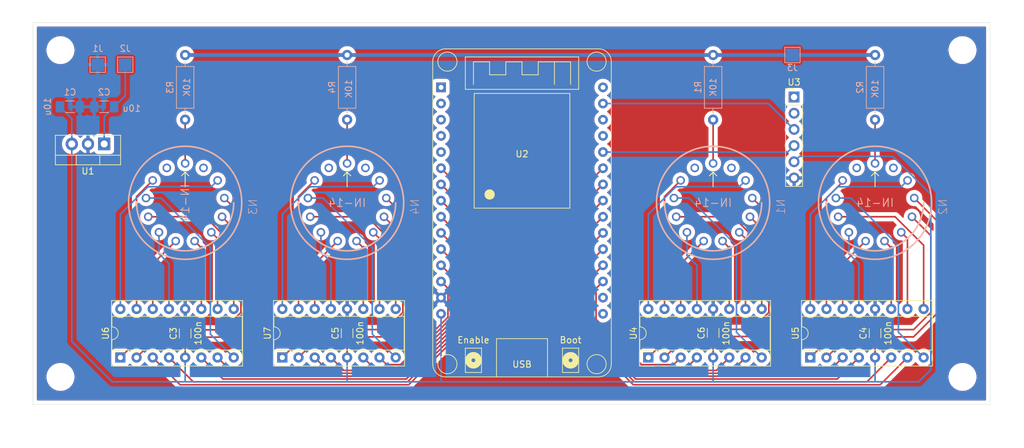
<source format=kicad_pcb>
(kicad_pcb (version 20171130) (host pcbnew "(5.1.9-0-10_14)")
  (title_block (title "Nixie Tube Clock") (rev v01) (comment 4 "Author: Francesco Benvenuto"))
  (layers (0 F.Cu signal) (31 B.Cu signal) (34 B.Paste user) (35 F.Paste user) (36 B.SilkS user) (37 F.SilkS user) (38 B.Mask user) (39 F.Mask user) (44 Edge.Cuts user))
  (net 0 "")
  (net 1 "Net-(N1-Pad1)")
  (net 2 "Net-(N1-Pad2)")
  (net 3 "Net-(N1-Pad3)")
  (net 4 "Net-(N1-Pad4)")
  (net 5 "Net-(N1-Pad5)")
  (net 6 "Net-(N1-Pad6)")
  (net 7 "Net-(N2-Pad0)")
  (net 8 "Net-(N2-Pad1)")
  (net 9 "Net-(N2-Pad2)")
  (net 10 "Net-(N2-Pad3)")
  (net 11 "Net-(N2-Pad4)")
  (net 12 "Net-(N2-Pad5)")
  (net 13 "Net-(N2-Pad6)")
  (net 14 "Net-(N2-Pad7)")
  (net 15 "Net-(N2-Pad8)")
  (net 16 "Net-(N2-Pad9)")
  (net 17 "Net-(N2-PadA)")
  (net 18 "Net-(N3-PadA)")
  (net 19 "Net-(N3-Pad9)")
  (net 20 "Net-(N3-Pad8)")
  (net 21 "Net-(N3-Pad7)")
  (net 22 "Net-(N3-Pad6)")
  (net 23 "Net-(N3-Pad5)")
  (net 24 "Net-(N3-Pad4)")
  (net 25 "Net-(N3-Pad3)")
  (net 26 "Net-(N3-Pad2)")
  (net 27 "Net-(N3-Pad1)")
  (net 28 "Net-(N3-Pad0)")
  (net 29 "Net-(N4-Pad0)")
  (net 30 "Net-(N4-Pad1)")
  (net 31 "Net-(N4-Pad2)")
  (net 32 "Net-(N4-Pad3)")
  (net 33 "Net-(N4-Pad4)")
  (net 34 "Net-(N4-Pad5)")
  (net 35 "Net-(N4-Pad6)")
  (net 36 "Net-(N4-Pad7)")
  (net 37 "Net-(N4-Pad8)")
  (net 38 "Net-(N4-Pad9)")
  (net 39 "Net-(N4-PadA)")
  (net 40 /+170)
  (net 41 "Net-(N1-PadA)")
  (net 42 +12V)
  (net 43 GND)
  (net 44 +5V)
  (net 45 /A3)
  (net 46 /B3)
  (net 47 /C3)
  (net 48 /D3)
  (net 49 /A4)
  (net 50 /B4)
  (net 51 /C4)
  (net 52 /D4)
  (net 53 /D2)
  (net 54 /C2)
  (net 55 /B2)
  (net 56 /A2)
  (net 57 /D1)
  (net 58 /C1)
  (net 59 /B1)
  (net 60 /A1)
  (net 61 "Net-(U2-Pad26)")
  (net 62 "Net-(U2-Pad29)")
  (net 63 "Net-(N1-Pad8)")
  (net 64 "Net-(N1-Pad9)")
  (net 65 "Net-(N1-Pad7)")
  (net 66 "Net-(N1-Pad0)")
  (module MountingHole:MountingHole_3.2mm_M3 (layer F.Cu) (at 54.356 54.356)
    (fp_text reference REF** hide)
    (fp_text value MountingHole_3.2mm_M3)
    (pad 1 np_thru_hole circle (at 0 0) (size 3.2 3.2) (drill 3.2) (layers *.Cu *.Mask))
  )
  (module MountingHole:MountingHole_3.2mm_M3 (layer F.Cu) (at 195.834 54.356)
    (fp_text reference REF** hide)
    (fp_text value MountingHole_3.2mm_M3)
    (pad 1 np_thru_hole circle (at 0 0) (size 3.2 3.2) (drill 3.2) (layers *.Cu *.Mask))
  )
  (module MountingHole:MountingHole_3.2mm_M3 (layer F.Cu) (at 195.834 105.664)
    (fp_text reference REF** hide)
    (fp_text value MountingHole_3.2mm_M3)
    (pad 1 np_thru_hole circle (at 0 0) (size 3.2 3.2) (drill 3.2) (layers *.Cu *.Mask))
  )
  (module MountingHole:MountingHole_3.2mm_M3 (layer F.Cu) (at 54.356 105.664)
    (fp_text reference REF** hide)
    (fp_text value MountingHole_3.2mm_M3)
    (pad 1 np_thru_hole circle (at 0 0) (size 3.2 3.2) (drill 3.2) (layers *.Cu *.Mask))
  )
  (module Package_DIP:DIP-16_W7.62mm_Socket (layer F.Cu) (at 146.558 102.616 90)
    (fp_text reference U4 (at 3.81 -2.33 90) (layer F.SilkS))
    (fp_text value K155ID1)
    (pad 16 thru_hole oval (at 7.62 0 90) (size 1.6 1.6) (drill 0.8) (layers *.Cu *.Mask) (net 66 "Net-(N1-Pad0)"))
    (pad 8 thru_hole oval (at 0 17.78 90) (size 1.6 1.6) (drill 0.8) (layers *.Cu *.Mask) (net 2 "Net-(N1-Pad2)"))
    (pad 15 thru_hole oval (at 7.62 2.54 90) (size 1.6 1.6) (drill 0.8) (layers *.Cu *.Mask) (net 1 "Net-(N1-Pad1)"))
    (pad 7 thru_hole oval (at 0 15.24 90) (size 1.6 1.6) (drill 0.8) (layers *.Cu *.Mask) (net 58 /C1))
    (pad 14 thru_hole oval (at 7.62 5.08 90) (size 1.6 1.6) (drill 0.8) (layers *.Cu *.Mask) (net 5 "Net-(N1-Pad5)"))
    (pad 6 thru_hole oval (at 0 12.7 90) (size 1.6 1.6) (drill 0.8) (layers *.Cu *.Mask) (net 59 /B1))
    (pad 13 thru_hole oval (at 7.62 7.62 90) (size 1.6 1.6) (drill 0.8) (layers *.Cu *.Mask) (net 4 "Net-(N1-Pad4)"))
    (pad 5 thru_hole oval (at 0 10.16 90) (size 1.6 1.6) (drill 0.8) (layers *.Cu *.Mask) (net 44 +5V))
    (pad 12 thru_hole oval (at 7.62 10.16 90) (size 1.6 1.6) (drill 0.8) (layers *.Cu *.Mask) (net 43 GND))
    (pad 4 thru_hole oval (at 0 7.62 90) (size 1.6 1.6) (drill 0.8) (layers *.Cu *.Mask) (net 57 /D1))
    (pad 11 thru_hole oval (at 7.62 12.7 90) (size 1.6 1.6) (drill 0.8) (layers *.Cu *.Mask) (net 6 "Net-(N1-Pad6)"))
    (pad 3 thru_hole oval (at 0 5.08 90) (size 1.6 1.6) (drill 0.8) (layers *.Cu *.Mask) (net 60 /A1))
    (pad 10 thru_hole oval (at 7.62 15.24 90) (size 1.6 1.6) (drill 0.8) (layers *.Cu *.Mask) (net 65 "Net-(N1-Pad7)"))
    (pad 2 thru_hole oval (at 0 2.54 90) (size 1.6 1.6) (drill 0.8) (layers *.Cu *.Mask) (net 64 "Net-(N1-Pad9)"))
    (pad 9 thru_hole oval (at 7.62 17.78 90) (size 1.6 1.6) (drill 0.8) (layers *.Cu *.Mask) (net 3 "Net-(N1-Pad3)"))
    (pad 1 thru_hole rect (at 0 0 90) (size 1.6 1.6) (drill 0.8) (layers *.Cu *.Mask) (net 63 "Net-(N1-Pad8)"))
  )
  (module Resistor_THT:R_Axial_DIN0207_L6.3mm_D2.5mm_P10.16mm_Horizontal (layer B.Cu) (at 182.118 55.118 270)
    (fp_text reference R2 (at 5.08 2.37 270) (layer B.SilkS) (effects (justify mirror)))
    (fp_text value 10K)
    (pad 2 thru_hole oval (at 10.16 0 270) (size 1.6 1.6) (drill 0.8) (layers *.Cu *.Mask) (net 17 "Net-(N2-PadA)"))
    (pad 1 thru_hole circle (at 0 0 270) (size 1.6 1.6) (drill 0.8) (layers *.Cu *.Mask) (net 40 /+170))
  )
  (module nixies-us:nixies-us-IN-14 (layer B.Cu) (at 182.118 78.32344)
    (fp_text reference N2 (at 10.63498 0.635 270) (layer B.SilkS) (effects (font (size 1.27 1.27) (thickness 0.1016)) (justify mirror)))
    (fp_text value IN-14 (at 0 0) (layer B.SilkS) (effects (font (size 1.27 1.27)) (justify mirror)))
    (pad RHDP thru_hole circle (at -2.87528 -5.47878) (size 1.3462 1.3462) (drill 0.8382) (layers *.Cu *.Mask))
    (pad LHDP thru_hole circle (at 2.87528 -5.47878) (size 1.3462 1.3462) (drill 0.8382) (layers *.Cu *.Mask))
    (pad A thru_hole circle (at 0 -6.18744) (size 1.3462 1.3462) (drill 0.8382) (layers *.Cu *.Mask) (net 17 "Net-(N2-PadA)"))
    (pad 9 thru_hole circle (at 6.14426 -0.74422) (size 1.3462 1.3462) (drill 0.8382) (layers *.Cu *.Mask) (net 16 "Net-(N2-Pad9)"))
    (pad 8 thru_hole circle (at 5.78612 2.19456) (size 1.3462 1.3462) (drill 0.8382) (layers *.Cu *.Mask) (net 15 "Net-(N2-Pad8)"))
    (pad 7 thru_hole circle (at 4.10464 4.63296) (size 1.3462 1.3462) (drill 0.8382) (layers *.Cu *.Mask) (net 14 "Net-(N2-Pad7)"))
    (pad 6 thru_hole circle (at 1.48082 6.00964) (size 1.3462 1.3462) (drill 0.8382) (layers *.Cu *.Mask) (net 13 "Net-(N2-Pad6)"))
    (pad 5 thru_hole circle (at -1.48082 6.00964) (size 1.3462 1.3462) (drill 0.8382) (layers *.Cu *.Mask) (net 12 "Net-(N2-Pad5)"))
    (pad 4 thru_hole circle (at -4.10464 4.63296) (size 1.3462 1.3462) (drill 0.8382) (layers *.Cu *.Mask) (net 11 "Net-(N2-Pad4)"))
    (pad 3 thru_hole circle (at -5.78612 2.19456) (size 1.3462 1.3462) (drill 0.8382) (layers *.Cu *.Mask) (net 10 "Net-(N2-Pad3)"))
    (pad 2 thru_hole circle (at -6.14426 -0.74422) (size 1.3462 1.3462) (drill 0.8382) (layers *.Cu *.Mask) (net 9 "Net-(N2-Pad2)"))
    (pad 1 thru_hole circle (at -5.0927 -3.51536) (size 1.3462 1.3462) (drill 0.8382) (layers *.Cu *.Mask) (net 8 "Net-(N2-Pad1)"))
    (pad 0 thru_hole circle (at 5.0927 -3.51536) (size 1.3462 1.3462) (drill 0.8382) (layers *.Cu *.Mask) (net 7 "Net-(N2-Pad0)"))
  )
  (module nixies-us:nixies-us-IN-14 (layer B.Cu) (at 73.914 78.32344)
    (fp_text reference N3 (at 10.63498 0.635 270) (layer B.SilkS) (effects (font (size 1.27 1.27) (thickness 0.1016)) (justify mirror)))
    (fp_text value IN-14 (at 0 0 90) (layer B.SilkS) (effects (font (size 1.27 1.27)) (justify mirror)))
    (pad 0 thru_hole circle (at 5.0927 -3.51536) (size 1.3462 1.3462) (drill 0.8382) (layers *.Cu *.Mask) (net 28 "Net-(N3-Pad0)"))
    (pad 1 thru_hole circle (at -5.0927 -3.51536) (size 1.3462 1.3462) (drill 0.8382) (layers *.Cu *.Mask) (net 27 "Net-(N3-Pad1)"))
    (pad 2 thru_hole circle (at -6.14426 -0.74422) (size 1.3462 1.3462) (drill 0.8382) (layers *.Cu *.Mask) (net 26 "Net-(N3-Pad2)"))
    (pad 3 thru_hole circle (at -5.78612 2.19456) (size 1.3462 1.3462) (drill 0.8382) (layers *.Cu *.Mask) (net 25 "Net-(N3-Pad3)"))
    (pad 4 thru_hole circle (at -4.10464 4.63296) (size 1.3462 1.3462) (drill 0.8382) (layers *.Cu *.Mask) (net 24 "Net-(N3-Pad4)"))
    (pad 5 thru_hole circle (at -1.48082 6.00964) (size 1.3462 1.3462) (drill 0.8382) (layers *.Cu *.Mask) (net 23 "Net-(N3-Pad5)"))
    (pad 6 thru_hole circle (at 1.48082 6.00964) (size 1.3462 1.3462) (drill 0.8382) (layers *.Cu *.Mask) (net 22 "Net-(N3-Pad6)"))
    (pad 7 thru_hole circle (at 4.10464 4.63296) (size 1.3462 1.3462) (drill 0.8382) (layers *.Cu *.Mask) (net 21 "Net-(N3-Pad7)"))
    (pad 8 thru_hole circle (at 5.78612 2.19456) (size 1.3462 1.3462) (drill 0.8382) (layers *.Cu *.Mask) (net 20 "Net-(N3-Pad8)"))
    (pad 9 thru_hole circle (at 6.14426 -0.74422) (size 1.3462 1.3462) (drill 0.8382) (layers *.Cu *.Mask) (net 19 "Net-(N3-Pad9)"))
    (pad A thru_hole circle (at 0 -6.18744) (size 1.3462 1.3462) (drill 0.8382) (layers *.Cu *.Mask) (net 18 "Net-(N3-PadA)"))
    (pad LHDP thru_hole circle (at 2.87528 -5.47878) (size 1.3462 1.3462) (drill 0.8382) (layers *.Cu *.Mask))
    (pad RHDP thru_hole circle (at -2.87528 -5.47878) (size 1.3462 1.3462) (drill 0.8382) (layers *.Cu *.Mask))
  )
  (module nixies-us:nixies-us-IN-14 (layer B.Cu) (at 99.314 78.32344)
    (fp_text reference N4 (at 10.63498 0.635 270) (layer B.SilkS) (effects (font (size 1.27 1.27) (thickness 0.1016)) (justify mirror)))
    (fp_text value IN-14 (at 0 0) (layer B.SilkS) (effects (font (size 1.27 1.27)) (justify mirror)))
    (pad RHDP thru_hole circle (at -2.87528 -5.47878) (size 1.3462 1.3462) (drill 0.8382) (layers *.Cu *.Mask))
    (pad LHDP thru_hole circle (at 2.87528 -5.47878) (size 1.3462 1.3462) (drill 0.8382) (layers *.Cu *.Mask))
    (pad A thru_hole circle (at 0 -6.18744) (size 1.3462 1.3462) (drill 0.8382) (layers *.Cu *.Mask) (net 39 "Net-(N4-PadA)"))
    (pad 9 thru_hole circle (at 6.14426 -0.74422) (size 1.3462 1.3462) (drill 0.8382) (layers *.Cu *.Mask) (net 38 "Net-(N4-Pad9)"))
    (pad 8 thru_hole circle (at 5.78612 2.19456) (size 1.3462 1.3462) (drill 0.8382) (layers *.Cu *.Mask) (net 37 "Net-(N4-Pad8)"))
    (pad 7 thru_hole circle (at 4.10464 4.63296) (size 1.3462 1.3462) (drill 0.8382) (layers *.Cu *.Mask) (net 36 "Net-(N4-Pad7)"))
    (pad 6 thru_hole circle (at 1.48082 6.00964) (size 1.3462 1.3462) (drill 0.8382) (layers *.Cu *.Mask) (net 35 "Net-(N4-Pad6)"))
    (pad 5 thru_hole circle (at -1.48082 6.00964) (size 1.3462 1.3462) (drill 0.8382) (layers *.Cu *.Mask) (net 34 "Net-(N4-Pad5)"))
    (pad 4 thru_hole circle (at -4.10464 4.63296) (size 1.3462 1.3462) (drill 0.8382) (layers *.Cu *.Mask) (net 33 "Net-(N4-Pad4)"))
    (pad 3 thru_hole circle (at -5.78612 2.19456) (size 1.3462 1.3462) (drill 0.8382) (layers *.Cu *.Mask) (net 32 "Net-(N4-Pad3)"))
    (pad 2 thru_hole circle (at -6.14426 -0.74422) (size 1.3462 1.3462) (drill 0.8382) (layers *.Cu *.Mask) (net 31 "Net-(N4-Pad2)"))
    (pad 1 thru_hole circle (at -5.0927 -3.51536) (size 1.3462 1.3462) (drill 0.8382) (layers *.Cu *.Mask) (net 30 "Net-(N4-Pad1)"))
    (pad 0 thru_hole circle (at 5.0927 -3.51536) (size 1.3462 1.3462) (drill 0.8382) (layers *.Cu *.Mask) (net 29 "Net-(N4-Pad0)"))
  )
  (module Resistor_THT:R_Axial_DIN0207_L6.3mm_D2.5mm_P10.16mm_Horizontal (layer B.Cu) (at 156.718 55.118 270)
    (fp_text reference R1 (at 5.08 2.37 270) (layer B.SilkS) (effects (justify mirror)))
    (fp_text value 10K)
    (pad 2 thru_hole oval (at 10.16 0 270) (size 1.6 1.6) (drill 0.8) (layers *.Cu *.Mask) (net 41 "Net-(N1-PadA)"))
    (pad 1 thru_hole circle (at 0 0 270) (size 1.6 1.6) (drill 0.8) (layers *.Cu *.Mask) (net 40 /+170))
  )
  (module Resistor_THT:R_Axial_DIN0207_L6.3mm_D2.5mm_P10.16mm_Horizontal (layer B.Cu) (at 73.914 55.118 270)
    (fp_text reference R3 (at 5.08 2.37 270) (layer B.SilkS) (effects (justify mirror)))
    (fp_text value 10K)
    (pad 1 thru_hole circle (at 0 0 270) (size 1.6 1.6) (drill 0.8) (layers *.Cu *.Mask) (net 40 /+170))
    (pad 2 thru_hole oval (at 10.16 0 270) (size 1.6 1.6) (drill 0.8) (layers *.Cu *.Mask) (net 18 "Net-(N3-PadA)"))
  )
  (module Resistor_THT:R_Axial_DIN0207_L6.3mm_D2.5mm_P10.16mm_Horizontal (layer B.Cu) (at 99.314 55.118 270)
    (fp_text reference R4 (at 5.08 2.37 270) (layer B.SilkS) (effects (justify mirror)))
    (fp_text value 10K)
    (pad 1 thru_hole circle (at 0 0 270) (size 1.6 1.6) (drill 0.8) (layers *.Cu *.Mask) (net 40 /+170))
    (pad 2 thru_hole oval (at 10.16 0 270) (size 1.6 1.6) (drill 0.8) (layers *.Cu *.Mask) (net 39 "Net-(N4-PadA)"))
  )
  (module Package_TO_SOT_THT:TO-220-3_Vertical (layer F.Cu) (at 61.214 69.088 180)
    (fp_text reference U1 (at 2.54 -4.27) (layer F.SilkS))
    (fp_text value LM7805_TO220)
    (pad 3 thru_hole oval (at 5.08 0 180) (size 1.905 2) (drill 1.1) (layers *.Cu *.Mask) (net 44 +5V))
    (pad 2 thru_hole oval (at 2.54 0 180) (size 1.905 2) (drill 1.1) (layers *.Cu *.Mask) (net 43 GND))
    (pad 1 thru_hole rect (at 0 0 180) (size 1.905 2) (drill 1.1) (layers *.Cu *.Mask) (net 42 +12V))
  )
  (module esp32-dev_kit-v1:footprints_esp32_devkit_v1_doit.pretty_esp32_devkit_v1_doit (layer F.Cu) (at 126.746 60.198)
    (fp_text reference U2 (at 0 10.47) (layer F.SilkS))
    (fp_text value ESP32_DevKit_V1_DOIT)
    (fp_text user Enable (at -7.62 39.68) (layer F.SilkS))
    (fp_text user Boot (at 7.62 39.68) (layer F.SilkS))
    (fp_text user USB (at 0 43.49) (layer F.SilkS))
    (pad 30 thru_hole circle (at 12.7 0) (size 1.524 1.524) (drill 0.762) (layers *.Cu *.Mask))
    (pad 29 thru_hole circle (at 12.7 2.54) (size 1.524 1.524) (drill 0.762) (layers *.Cu *.Mask) (net 62 "Net-(U2-Pad29)"))
    (pad 28 thru_hole circle (at 12.7 5.08) (size 1.524 1.524) (drill 0.762) (layers *.Cu *.Mask))
    (pad 27 thru_hole circle (at 12.7 7.62) (size 1.524 1.524) (drill 0.762) (layers *.Cu *.Mask))
    (pad 26 thru_hole circle (at 12.7 10.16) (size 1.524 1.524) (drill 0.762) (layers *.Cu *.Mask) (net 61 "Net-(U2-Pad26)"))
    (pad 25 thru_hole circle (at 12.7 12.7) (size 1.524 1.524) (drill 0.762) (layers *.Cu *.Mask) (net 54 /C2))
    (pad 24 thru_hole circle (at 12.7 15.24) (size 1.524 1.524) (drill 0.762) (layers *.Cu *.Mask) (net 55 /B2))
    (pad 23 thru_hole circle (at 12.7 17.78) (size 1.524 1.524) (drill 0.762) (layers *.Cu *.Mask) (net 53 /D2))
    (pad 22 thru_hole circle (at 12.7 20.32) (size 1.524 1.524) (drill 0.762) (layers *.Cu *.Mask) (net 56 /A2))
    (pad 21 thru_hole circle (at 12.7 22.86) (size 1.524 1.524) (drill 0.762) (layers *.Cu *.Mask) (net 58 /C1))
    (pad 20 thru_hole circle (at 12.7 25.4) (size 1.524 1.524) (drill 0.762) (layers *.Cu *.Mask) (net 59 /B1))
    (pad 19 thru_hole circle (at 12.7 27.94) (size 1.524 1.524) (drill 0.762) (layers *.Cu *.Mask) (net 57 /D1))
    (pad 18 thru_hole circle (at 12.7 30.48) (size 1.524 1.524) (drill 0.762) (layers *.Cu *.Mask) (net 60 /A1))
    (pad 17 thru_hole circle (at 12.7 33.02) (size 1.524 1.524) (drill 0.762) (layers *.Cu *.Mask))
    (pad 16 thru_hole circle (at 12.7 35.56) (size 1.524 1.524) (drill 0.762) (layers *.Cu *.Mask))
    (pad 15 thru_hole circle (at -12.7 35.56) (size 1.524 1.524) (drill 0.762) (layers *.Cu *.Mask) (net 44 +5V))
    (pad 14 thru_hole circle (at -12.7 33.02) (size 1.524 1.524) (drill 0.762) (layers *.Cu *.Mask) (net 43 GND))
    (pad 13 thru_hole circle (at -12.7 30.48) (size 1.524 1.524) (drill 0.762) (layers *.Cu *.Mask) (net 51 /C4))
    (pad 12 thru_hole circle (at -12.7 27.94) (size 1.524 1.524) (drill 0.762) (layers *.Cu *.Mask) (net 50 /B4))
    (pad 11 thru_hole circle (at -12.7 25.4) (size 1.524 1.524) (drill 0.762) (layers *.Cu *.Mask) (net 52 /D4))
    (pad 10 thru_hole circle (at -12.7 22.86) (size 1.524 1.524) (drill 0.762) (layers *.Cu *.Mask) (net 49 /A4))
    (pad 9 thru_hole circle (at -12.7 20.32) (size 1.524 1.524) (drill 0.762) (layers *.Cu *.Mask) (net 47 /C3))
    (pad 8 thru_hole circle (at -12.7 17.78) (size 1.524 1.524) (drill 0.762) (layers *.Cu *.Mask) (net 46 /B3))
    (pad 7 thru_hole circle (at -12.7 15.24) (size 1.524 1.524) (drill 0.762) (layers *.Cu *.Mask) (net 48 /D3))
    (pad 6 thru_hole circle (at -12.7 12.7) (size 1.524 1.524) (drill 0.762) (layers *.Cu *.Mask) (net 45 /A3))
    (pad 5 thru_hole circle (at -12.7 10.16) (size 1.524 1.524) (drill 0.762) (layers *.Cu *.Mask))
    (pad 4 thru_hole circle (at -12.7 7.62) (size 1.524 1.524) (drill 0.762) (layers *.Cu *.Mask))
    (pad 3 thru_hole circle (at -12.7 5.08) (size 1.524 1.524) (drill 0.762) (layers *.Cu *.Mask))
    (pad 2 thru_hole circle (at -12.7 2.54) (size 1.524 1.524) (drill 0.762) (layers *.Cu *.Mask))
    (pad 1 thru_hole rect (at -12.7 0) (size 1.524 1.524) (drill 0.762) (layers *.Cu *.Mask))
  )
  (module Package_DIP:DIP-16_W7.62mm_Socket (layer F.Cu) (at 171.958 102.616 90)
    (fp_text reference U5 (at 3.81 -2.33 90) (layer F.SilkS))
    (fp_text value K155ID1)
    (pad 1 thru_hole rect (at 0 0 90) (size 1.6 1.6) (drill 0.8) (layers *.Cu *.Mask) (net 15 "Net-(N2-Pad8)"))
    (pad 9 thru_hole oval (at 7.62 17.78 90) (size 1.6 1.6) (drill 0.8) (layers *.Cu *.Mask) (net 10 "Net-(N2-Pad3)"))
    (pad 2 thru_hole oval (at 0 2.54 90) (size 1.6 1.6) (drill 0.8) (layers *.Cu *.Mask) (net 16 "Net-(N2-Pad9)"))
    (pad 10 thru_hole oval (at 7.62 15.24 90) (size 1.6 1.6) (drill 0.8) (layers *.Cu *.Mask) (net 14 "Net-(N2-Pad7)"))
    (pad 3 thru_hole oval (at 0 5.08 90) (size 1.6 1.6) (drill 0.8) (layers *.Cu *.Mask) (net 56 /A2))
    (pad 11 thru_hole oval (at 7.62 12.7 90) (size 1.6 1.6) (drill 0.8) (layers *.Cu *.Mask) (net 13 "Net-(N2-Pad6)"))
    (pad 4 thru_hole oval (at 0 7.62 90) (size 1.6 1.6) (drill 0.8) (layers *.Cu *.Mask) (net 53 /D2))
    (pad 12 thru_hole oval (at 7.62 10.16 90) (size 1.6 1.6) (drill 0.8) (layers *.Cu *.Mask) (net 43 GND))
    (pad 5 thru_hole oval (at 0 10.16 90) (size 1.6 1.6) (drill 0.8) (layers *.Cu *.Mask) (net 44 +5V))
    (pad 13 thru_hole oval (at 7.62 7.62 90) (size 1.6 1.6) (drill 0.8) (layers *.Cu *.Mask) (net 11 "Net-(N2-Pad4)"))
    (pad 6 thru_hole oval (at 0 12.7 90) (size 1.6 1.6) (drill 0.8) (layers *.Cu *.Mask) (net 55 /B2))
    (pad 14 thru_hole oval (at 7.62 5.08 90) (size 1.6 1.6) (drill 0.8) (layers *.Cu *.Mask) (net 12 "Net-(N2-Pad5)"))
    (pad 7 thru_hole oval (at 0 15.24 90) (size 1.6 1.6) (drill 0.8) (layers *.Cu *.Mask) (net 54 /C2))
    (pad 15 thru_hole oval (at 7.62 2.54 90) (size 1.6 1.6) (drill 0.8) (layers *.Cu *.Mask) (net 8 "Net-(N2-Pad1)"))
    (pad 8 thru_hole oval (at 0 17.78 90) (size 1.6 1.6) (drill 0.8) (layers *.Cu *.Mask) (net 9 "Net-(N2-Pad2)"))
    (pad 16 thru_hole oval (at 7.62 0 90) (size 1.6 1.6) (drill 0.8) (layers *.Cu *.Mask) (net 7 "Net-(N2-Pad0)"))
  )
  (module Package_DIP:DIP-16_W7.62mm_Socket (layer F.Cu) (at 63.754 102.616 90)
    (fp_text reference U6 (at 3.81 -2.33 90) (layer F.SilkS))
    (fp_text value K155ID1)
    (pad 16 thru_hole oval (at 7.62 0 90) (size 1.6 1.6) (drill 0.8) (layers *.Cu *.Mask) (net 28 "Net-(N3-Pad0)"))
    (pad 8 thru_hole oval (at 0 17.78 90) (size 1.6 1.6) (drill 0.8) (layers *.Cu *.Mask) (net 26 "Net-(N3-Pad2)"))
    (pad 15 thru_hole oval (at 7.62 2.54 90) (size 1.6 1.6) (drill 0.8) (layers *.Cu *.Mask) (net 27 "Net-(N3-Pad1)"))
    (pad 7 thru_hole oval (at 0 15.24 90) (size 1.6 1.6) (drill 0.8) (layers *.Cu *.Mask) (net 47 /C3))
    (pad 14 thru_hole oval (at 7.62 5.08 90) (size 1.6 1.6) (drill 0.8) (layers *.Cu *.Mask) (net 23 "Net-(N3-Pad5)"))
    (pad 6 thru_hole oval (at 0 12.7 90) (size 1.6 1.6) (drill 0.8) (layers *.Cu *.Mask) (net 46 /B3))
    (pad 13 thru_hole oval (at 7.62 7.62 90) (size 1.6 1.6) (drill 0.8) (layers *.Cu *.Mask) (net 24 "Net-(N3-Pad4)"))
    (pad 5 thru_hole oval (at 0 10.16 90) (size 1.6 1.6) (drill 0.8) (layers *.Cu *.Mask) (net 44 +5V))
    (pad 12 thru_hole oval (at 7.62 10.16 90) (size 1.6 1.6) (drill 0.8) (layers *.Cu *.Mask) (net 43 GND))
    (pad 4 thru_hole oval (at 0 7.62 90) (size 1.6 1.6) (drill 0.8) (layers *.Cu *.Mask) (net 48 /D3))
    (pad 11 thru_hole oval (at 7.62 12.7 90) (size 1.6 1.6) (drill 0.8) (layers *.Cu *.Mask) (net 22 "Net-(N3-Pad6)"))
    (pad 3 thru_hole oval (at 0 5.08 90) (size 1.6 1.6) (drill 0.8) (layers *.Cu *.Mask) (net 45 /A3))
    (pad 10 thru_hole oval (at 7.62 15.24 90) (size 1.6 1.6) (drill 0.8) (layers *.Cu *.Mask) (net 21 "Net-(N3-Pad7)"))
    (pad 2 thru_hole oval (at 0 2.54 90) (size 1.6 1.6) (drill 0.8) (layers *.Cu *.Mask) (net 19 "Net-(N3-Pad9)"))
    (pad 9 thru_hole oval (at 7.62 17.78 90) (size 1.6 1.6) (drill 0.8) (layers *.Cu *.Mask) (net 25 "Net-(N3-Pad3)"))
    (pad 1 thru_hole rect (at 0 0 90) (size 1.6 1.6) (drill 0.8) (layers *.Cu *.Mask) (net 20 "Net-(N3-Pad8)"))
  )
  (module Package_DIP:DIP-16_W7.62mm_Socket (layer F.Cu) (at 89.154 102.616 90)
    (fp_text reference U7 (at 3.81 -2.33 90) (layer F.SilkS))
    (fp_text value K155ID1)
    (pad 1 thru_hole rect (at 0 0 90) (size 1.6 1.6) (drill 0.8) (layers *.Cu *.Mask) (net 37 "Net-(N4-Pad8)"))
    (pad 9 thru_hole oval (at 7.62 17.78 90) (size 1.6 1.6) (drill 0.8) (layers *.Cu *.Mask) (net 32 "Net-(N4-Pad3)"))
    (pad 2 thru_hole oval (at 0 2.54 90) (size 1.6 1.6) (drill 0.8) (layers *.Cu *.Mask) (net 38 "Net-(N4-Pad9)"))
    (pad 10 thru_hole oval (at 7.62 15.24 90) (size 1.6 1.6) (drill 0.8) (layers *.Cu *.Mask) (net 36 "Net-(N4-Pad7)"))
    (pad 3 thru_hole oval (at 0 5.08 90) (size 1.6 1.6) (drill 0.8) (layers *.Cu *.Mask) (net 49 /A4))
    (pad 11 thru_hole oval (at 7.62 12.7 90) (size 1.6 1.6) (drill 0.8) (layers *.Cu *.Mask) (net 35 "Net-(N4-Pad6)"))
    (pad 4 thru_hole oval (at 0 7.62 90) (size 1.6 1.6) (drill 0.8) (layers *.Cu *.Mask) (net 52 /D4))
    (pad 12 thru_hole oval (at 7.62 10.16 90) (size 1.6 1.6) (drill 0.8) (layers *.Cu *.Mask) (net 43 GND))
    (pad 5 thru_hole oval (at 0 10.16 90) (size 1.6 1.6) (drill 0.8) (layers *.Cu *.Mask) (net 44 +5V))
    (pad 13 thru_hole oval (at 7.62 7.62 90) (size 1.6 1.6) (drill 0.8) (layers *.Cu *.Mask) (net 33 "Net-(N4-Pad4)"))
    (pad 6 thru_hole oval (at 0 12.7 90) (size 1.6 1.6) (drill 0.8) (layers *.Cu *.Mask) (net 50 /B4))
    (pad 14 thru_hole oval (at 7.62 5.08 90) (size 1.6 1.6) (drill 0.8) (layers *.Cu *.Mask) (net 34 "Net-(N4-Pad5)"))
    (pad 7 thru_hole oval (at 0 15.24 90) (size 1.6 1.6) (drill 0.8) (layers *.Cu *.Mask) (net 51 /C4))
    (pad 15 thru_hole oval (at 7.62 2.54 90) (size 1.6 1.6) (drill 0.8) (layers *.Cu *.Mask) (net 30 "Net-(N4-Pad1)"))
    (pad 8 thru_hole oval (at 0 17.78 90) (size 1.6 1.6) (drill 0.8) (layers *.Cu *.Mask) (net 31 "Net-(N4-Pad2)"))
    (pad 16 thru_hole oval (at 7.62 0 90) (size 1.6 1.6) (drill 0.8) (layers *.Cu *.Mask) (net 29 "Net-(N4-Pad0)"))
  )
  (module nixies-us:nixies-us-IN-14 (layer B.Cu) (at 156.718 78.32344)
    (fp_text reference N1 (at 10.63498 0.635 270) (layer B.SilkS) (effects (font (size 1.27 1.27) (thickness 0.1016)) (justify mirror)))
    (fp_text value IN-14 (at 0 0) (layer B.SilkS) (effects (font (size 1.27 1.27)) (justify mirror)))
    (pad RHDP thru_hole circle (at -2.87528 -5.47878) (size 1.3462 1.3462) (drill 0.8382) (layers *.Cu *.Mask))
    (pad LHDP thru_hole circle (at 2.87528 -5.47878) (size 1.3462 1.3462) (drill 0.8382) (layers *.Cu *.Mask))
    (pad A thru_hole circle (at 0 -6.18744) (size 1.3462 1.3462) (drill 0.8382) (layers *.Cu *.Mask) (net 41 "Net-(N1-PadA)"))
    (pad 9 thru_hole circle (at 6.14426 -0.74422) (size 1.3462 1.3462) (drill 0.8382) (layers *.Cu *.Mask) (net 64 "Net-(N1-Pad9)"))
    (pad 8 thru_hole circle (at 5.78612 2.19456) (size 1.3462 1.3462) (drill 0.8382) (layers *.Cu *.Mask) (net 63 "Net-(N1-Pad8)"))
    (pad 7 thru_hole circle (at 4.10464 4.63296) (size 1.3462 1.3462) (drill 0.8382) (layers *.Cu *.Mask) (net 65 "Net-(N1-Pad7)"))
    (pad 6 thru_hole circle (at 1.48082 6.00964) (size 1.3462 1.3462) (drill 0.8382) (layers *.Cu *.Mask) (net 6 "Net-(N1-Pad6)"))
    (pad 5 thru_hole circle (at -1.48082 6.00964) (size 1.3462 1.3462) (drill 0.8382) (layers *.Cu *.Mask) (net 5 "Net-(N1-Pad5)"))
    (pad 4 thru_hole circle (at -4.10464 4.63296) (size 1.3462 1.3462) (drill 0.8382) (layers *.Cu *.Mask) (net 4 "Net-(N1-Pad4)"))
    (pad 3 thru_hole circle (at -5.78612 2.19456) (size 1.3462 1.3462) (drill 0.8382) (layers *.Cu *.Mask) (net 3 "Net-(N1-Pad3)"))
    (pad 2 thru_hole circle (at -6.14426 -0.74422) (size 1.3462 1.3462) (drill 0.8382) (layers *.Cu *.Mask) (net 2 "Net-(N1-Pad2)"))
    (pad 1 thru_hole circle (at -5.0927 -3.51536) (size 1.3462 1.3462) (drill 0.8382) (layers *.Cu *.Mask) (net 1 "Net-(N1-Pad1)"))
    (pad 0 thru_hole circle (at 5.0927 -3.51536) (size 1.3462 1.3462) (drill 0.8382) (layers *.Cu *.Mask) (net 66 "Net-(N1-Pad0)"))
  )
  (module Capacitor_SMD:C_1206_3216Metric_Pad1.33x1.80mm_HandSolder (layer B.Cu) (at 55.8415 63.246)
    (fp_text reference C1 (at 0 -2.286) (layer B.SilkS) (effects (justify mirror)))
    (fp_text value 10u)
    (pad 2 smd roundrect (at 1.5625 0) (size 1.325 1.8) (layers B.Cu B.Paste B.Mask) (roundrect_rratio 0.1886784905660377) (net 43 GND))
    (pad 1 smd roundrect (at -1.5625 0) (size 1.325 1.8) (layers B.Cu B.Paste B.Mask) (roundrect_rratio 0.1886784905660377) (net 44 +5V))
  )
  (module Capacitor_SMD:C_1206_3216Metric_Pad1.33x1.80mm_HandSolder (layer B.Cu) (at 61.214 63.246 180)
    (fp_text reference C2 (at 0 2.286) (layer B.SilkS) (effects (justify mirror)))
    (fp_text value 10u)
    (pad 1 smd roundrect (at -1.5625 0 180) (size 1.325 1.8) (layers B.Cu B.Paste B.Mask) (roundrect_rratio 0.1886784905660377) (net 42 +12V))
    (pad 2 smd roundrect (at 1.5625 0 180) (size 1.325 1.8) (layers B.Cu B.Paste B.Mask) (roundrect_rratio 0.1886784905660377) (net 43 GND))
  )
  (module Capacitor_SMD:C_1206_3216Metric_Pad1.33x1.80mm_HandSolder (layer F.Cu) (at 73.914 98.8445 90)
    (fp_text reference C3 (at 0 -1.85 90) (layer F.SilkS))
    (fp_text value 100n)
    (pad 1 smd roundrect (at -1.5625 0 90) (size 1.325 1.8) (layers F.Cu F.Paste F.Mask) (roundrect_rratio 0.1886784905660377) (net 44 +5V))
    (pad 2 smd roundrect (at 1.5625 0 90) (size 1.325 1.8) (layers F.Cu F.Paste F.Mask) (roundrect_rratio 0.1886784905660377) (net 43 GND))
  )
  (module Capacitor_SMD:C_1206_3216Metric_Pad1.33x1.80mm_HandSolder (layer F.Cu) (at 182.118 98.806 90)
    (fp_text reference C4 (at 0 -1.85 90) (layer F.SilkS))
    (fp_text value 100n)
    (pad 2 smd roundrect (at 1.5625 0 90) (size 1.325 1.8) (layers F.Cu F.Paste F.Mask) (roundrect_rratio 0.1886784905660377) (net 43 GND))
    (pad 1 smd roundrect (at -1.5625 0 90) (size 1.325 1.8) (layers F.Cu F.Paste F.Mask) (roundrect_rratio 0.1886784905660377) (net 44 +5V))
  )
  (module Capacitor_SMD:C_1206_3216Metric_Pad1.33x1.80mm_HandSolder (layer F.Cu) (at 99.314 98.806 90)
    (fp_text reference C5 (at 0 -1.85 90) (layer F.SilkS))
    (fp_text value 100n)
    (pad 1 smd roundrect (at -1.5625 0 90) (size 1.325 1.8) (layers F.Cu F.Paste F.Mask) (roundrect_rratio 0.1886784905660377) (net 44 +5V))
    (pad 2 smd roundrect (at 1.5625 0 90) (size 1.325 1.8) (layers F.Cu F.Paste F.Mask) (roundrect_rratio 0.1886784905660377) (net 43 GND))
  )
  (module Capacitor_SMD:C_1206_3216Metric_Pad1.33x1.80mm_HandSolder (layer F.Cu) (at 156.718 98.7675 90)
    (fp_text reference C6 (at 0 -1.85 90) (layer F.SilkS))
    (fp_text value 100n)
    (pad 2 smd roundrect (at 1.5625 0 90) (size 1.325 1.8) (layers F.Cu F.Paste F.Mask) (roundrect_rratio 0.1886784905660377) (net 43 GND))
    (pad 1 smd roundrect (at -1.5625 0 90) (size 1.325 1.8) (layers F.Cu F.Paste F.Mask) (roundrect_rratio 0.1886784905660377) (net 44 +5V))
  )
  (module TestPoint:TestPoint_Pad_2.0x2.0mm (layer B.Cu) (at 64.516 56.642)
    (fp_text reference J2 (at 0 -2.54) (layer B.SilkS) (effects (justify mirror)))
    (fp_text value 12V)
    (pad 1 smd rect (at 0 0) (size 2 2) (layers B.Cu B.Mask) (net 42 +12V))
  )
  (module TestPoint:TestPoint_Pad_2.0x2.0mm (layer B.Cu) (at 169.164 55.118)
    (fp_text reference J3 (at 0 1.998) (layer B.SilkS) (effects (justify mirror)))
    (fp_text value 170V)
    (pad 1 smd rect (at 0 0) (size 2 2) (layers B.Cu B.Mask) (net 40 /+170))
  )
  (module Connector_PinHeader_2.54mm:PinHeader_1x06_P2.54mm_Vertical (layer F.Cu) (at 169.418 61.722)
    (fp_text reference U3 (at 0 -2.33) (layer F.SilkS))
    (fp_text value RTC-devkit)
    (pad 1 thru_hole rect (at 0 0) (size 1.7 1.7) (drill 1) (layers *.Cu *.Mask))
    (pad 2 thru_hole oval (at 0 2.54) (size 1.7 1.7) (drill 1) (layers *.Cu *.Mask))
    (pad 3 thru_hole oval (at 0 5.08) (size 1.7 1.7) (drill 1) (layers *.Cu *.Mask) (net 62 "Net-(U2-Pad29)"))
    (pad 4 thru_hole oval (at 0 7.62) (size 1.7 1.7) (drill 1) (layers *.Cu *.Mask) (net 61 "Net-(U2-Pad26)"))
    (pad 5 thru_hole oval (at 0 10.16) (size 1.7 1.7) (drill 1) (layers *.Cu *.Mask) (net 44 +5V))
    (pad 6 thru_hole oval (at 0 12.7) (size 1.7 1.7) (drill 1) (layers *.Cu *.Mask) (net 43 GND))
  )
  (module TestPoint:TestPoint_Pad_2.0x2.0mm (layer B.Cu) (at 60.198 56.642)
    (fp_text reference J1 (at 0 -2.54) (layer B.SilkS) (effects (justify mirror)))
    (fp_text value GND)
    (pad 1 smd rect (at 0 0) (size 2 2) (layers B.Cu B.Mask) (net 43 GND))
  )
  (gr_text 10u (at 65.532 63.5) (layer B.SilkS) (effects (font (size 1 1)) (justify mirror)))
  (gr_text 10u (at 52.324 63.246 90) (layer B.SilkS) (effects (font (size 1 1)) (justify mirror)))
  (gr_text 100n (at 101.346 98.806 90) (layer F.SilkS) (effects (font (size 1 1))))
  (gr_text 100n (at 158.75 98.806 90) (layer F.SilkS) (effects (font (size 1 1))))
  (gr_text 100n (at 184.15 98.806 90) (layer F.SilkS) (effects (font (size 1 1))))
  (gr_text 100n (at 75.946 98.806 90) (layer F.SilkS) (effects (font (size 1 1))))
  (gr_text ↑ (at 73.914 74.422) (layer F.SilkS) (effects (font (size 3 3))))
  (gr_text ↑ (at 99.314 74.422) (layer F.SilkS) (effects (font (size 3 3))))
  (gr_text ↑ (at 182.118 74.422) (layer F.SilkS) (effects (font (size 3 3))))
  (gr_text ↑ (at 156.718 74.422) (layer F.SilkS) (effects (font (size 3 3))))
  (gr_text "10K\n" (at 74.168 60.198 90) (layer B.SilkS) (effects (font (size 1 1)) (justify mirror)))
  (gr_text "10K\n" (at 99.568 60.452 90) (layer B.SilkS) (effects (font (size 1 1)) (justify mirror)))
  (gr_text "10K\n" (at 182.118 60.452 90) (layer B.SilkS) (effects (font (size 1 1)) (justify mirror)))
  (gr_text "10K\n" (at 156.718 60.198 90) (layer B.SilkS) (effects (font (size 1 1)) (justify mirror)))
  (gr_line (start 200.152 109.982) (end 50.038 109.982) (layer Edge.Cuts) (width 0.05))
  (gr_line (start 200.152 50.038) (end 200.152 109.982) (layer Edge.Cuts) (width 0.05))
  (gr_line (start 50.038 50.038) (end 200.152 50.038) (layer Edge.Cuts) (width 0.05))
  (gr_line (start 50.038 109.982) (end 50.038 50.038) (layer Edge.Cuts) (width 0.05))
  (segment (start 149.098 77.33538) (end 151.6253 74.80808) (width 0.25) (layer F.Cu) (net 1))
  (segment (start 149.098 94.996) (end 149.098 77.33538) (width 0.25) (layer F.Cu) (net 1))
  (segment (start 152.92215 77.57922) (end 150.57374 77.57922) (width 0.25) (layer B.Cu) (net 2))
  (segment (start 160.383001 85.040071) (end 152.92215 77.57922) (width 0.25) (layer B.Cu) (net 2))
  (segment (start 160.383001 98.661001) (end 160.383001 85.040071) (width 0.25) (layer B.Cu) (net 2))
  (segment (start 164.338 102.616) (end 160.383001 98.661001) (width 0.25) (layer B.Cu) (net 2))
  (segment (start 159.86143 80.518) (end 150.93188 80.518) (width 0.25) (layer F.Cu) (net 3))
  (segment (start 164.338 84.99457) (end 159.86143 80.518) (width 0.25) (layer F.Cu) (net 3))
  (segment (start 164.338 94.996) (end 164.338 84.99457) (width 0.25) (layer F.Cu) (net 3))
  (segment (start 154.178 94.996) (end 154.178 88.138) (width 0.25) (layer B.Cu) (net 4))
  (segment (start 152.61336 86.57336) (end 152.61336 82.9564) (width 0.25) (layer B.Cu) (net 4))
  (segment (start 154.178 88.138) (end 152.61336 86.57336) (width 0.25) (layer B.Cu) (net 4))
  (segment (start 151.638 87.93226) (end 155.23718 84.33308) (width 0.25) (layer F.Cu) (net 5))
  (segment (start 151.638 94.996) (end 151.638 87.93226) (width 0.25) (layer F.Cu) (net 5))
  (segment (start 159.258 85.39226) (end 158.19882 84.33308) (width 0.25) (layer F.Cu) (net 6))
  (segment (start 159.258 94.996) (end 159.258 85.39226) (width 0.25) (layer F.Cu) (net 6))
  (segment (start 176.269589 75.806181) (end 186.212599 75.806181) (width 0.25) (layer B.Cu) (net 7))
  (segment (start 186.212599 75.806181) (end 187.2107 74.80808) (width 0.25) (layer B.Cu) (net 7))
  (segment (start 171.958 80.11777) (end 176.269589 75.806181) (width 0.25) (layer B.Cu) (net 7))
  (segment (start 171.958 94.996) (end 171.958 80.11777) (width 0.25) (layer B.Cu) (net 7))
  (segment (start 177.0253 75.05047) (end 177.0253 74.80808) (width 0.25) (layer F.Cu) (net 8))
  (segment (start 174.498 77.57777) (end 177.0253 75.05047) (width 0.25) (layer F.Cu) (net 8))
  (segment (start 174.498 94.996) (end 174.498 77.57777) (width 0.25) (layer F.Cu) (net 8))
  (segment (start 178.32215 77.57922) (end 175.97374 77.57922) (width 0.25) (layer B.Cu) (net 9))
  (segment (start 185.783001 85.040071) (end 178.32215 77.57922) (width 0.25) (layer B.Cu) (net 9))
  (segment (start 185.783001 98.661001) (end 185.783001 85.040071) (width 0.25) (layer B.Cu) (net 9))
  (segment (start 189.738 102.616) (end 185.783001 98.661001) (width 0.25) (layer B.Cu) (net 9))
  (segment (start 185.26143 80.518) (end 176.33188 80.518) (width 0.25) (layer F.Cu) (net 10))
  (segment (start 189.738 84.99457) (end 185.26143 80.518) (width 0.25) (layer F.Cu) (net 10))
  (segment (start 189.738 94.996) (end 189.738 84.99457) (width 0.25) (layer F.Cu) (net 10))
  (segment (start 179.578 87.884) (end 178.01336 86.31936) (width 0.25) (layer B.Cu) (net 11))
  (segment (start 178.01336 86.31936) (end 178.01336 82.9564) (width 0.25) (layer B.Cu) (net 11))
  (segment (start 179.578 94.996) (end 179.578 87.884) (width 0.25) (layer B.Cu) (net 11))
  (segment (start 177.038 87.93226) (end 180.63718 84.33308) (width 0.25) (layer F.Cu) (net 12))
  (segment (start 177.038 94.996) (end 177.038 87.93226) (width 0.25) (layer F.Cu) (net 12))
  (segment (start 184.658 85.39226) (end 183.59882 84.33308) (width 0.25) (layer F.Cu) (net 13))
  (segment (start 184.658 94.996) (end 184.658 85.39226) (width 0.25) (layer F.Cu) (net 13))
  (segment (start 187.198 83.93176) (end 186.22264 82.9564) (width 0.25) (layer F.Cu) (net 14))
  (segment (start 187.198 94.996) (end 187.198 83.93176) (width 0.25) (layer F.Cu) (net 14))
  (segment (start 190.863001 83.476881) (end 187.90412 80.518) (width 0.25) (layer F.Cu) (net 15))
  (segment (start 190.863001 95.536001) (end 190.863001 83.476881) (width 0.25) (layer F.Cu) (net 15))
  (segment (start 188.167992 98.23101) (end 190.863001 95.536001) (width 0.25) (layer F.Cu) (net 15))
  (segment (start 176.34299 98.23101) (end 188.167992 98.23101) (width 0.25) (layer F.Cu) (net 15))
  (segment (start 171.958 102.616) (end 176.34299 98.23101) (width 0.25) (layer F.Cu) (net 15))
  (segment (start 192.024 81.34096) (end 188.26226 77.57922) (width 0.25) (layer F.Cu) (net 16))
  (segment (start 192.024 95.504) (end 192.024 81.34096) (width 0.25) (layer F.Cu) (net 16))
  (segment (start 177.73301 99.38099) (end 188.14701 99.38099) (width 0.25) (layer F.Cu) (net 16))
  (segment (start 188.14701 99.38099) (end 192.024 95.504) (width 0.25) (layer F.Cu) (net 16))
  (segment (start 174.498 102.616) (end 177.73301 99.38099) (width 0.25) (layer F.Cu) (net 16))
  (segment (start 182.118 65.278) (end 182.118 72.136) (width 0.25) (layer F.Cu) (net 17))
  (segment (start 73.914 65.278) (end 73.914 72.136) (width 0.25) (layer F.Cu) (net 18))
  (segment (start 83.566 95.504) (end 83.566 81.08696) (width 0.25) (layer F.Cu) (net 19))
  (segment (start 79.65051 99.41949) (end 83.566 95.504) (width 0.25) (layer F.Cu) (net 19))
  (segment (start 69.49051 99.41949) (end 79.65051 99.41949) (width 0.25) (layer F.Cu) (net 19))
  (segment (start 83.566 81.08696) (end 80.05826 77.57922) (width 0.25) (layer F.Cu) (net 19))
  (segment (start 66.294 102.616) (end 69.49051 99.41949) (width 0.25) (layer F.Cu) (net 19))
  (segment (start 82.659001 83.476881) (end 79.70012 80.518) (width 0.25) (layer F.Cu) (net 20))
  (segment (start 68.10049 98.26951) (end 79.925492 98.26951) (width 0.25) (layer F.Cu) (net 20))
  (segment (start 82.659001 95.536001) (end 82.659001 83.476881) (width 0.25) (layer F.Cu) (net 20))
  (segment (start 79.925492 98.26951) (end 82.659001 95.536001) (width 0.25) (layer F.Cu) (net 20))
  (segment (start 63.754 102.616) (end 68.10049 98.26951) (width 0.25) (layer F.Cu) (net 20))
  (segment (start 78.994 83.93176) (end 78.01864 82.9564) (width 0.25) (layer F.Cu) (net 21))
  (segment (start 78.994 94.996) (end 78.994 83.93176) (width 0.25) (layer F.Cu) (net 21))
  (segment (start 76.454 85.39226) (end 75.39482 84.33308) (width 0.25) (layer F.Cu) (net 22))
  (segment (start 76.454 94.996) (end 76.454 85.39226) (width 0.25) (layer F.Cu) (net 22))
  (segment (start 68.834 87.93226) (end 72.43318 84.33308) (width 0.25) (layer F.Cu) (net 23))
  (segment (start 68.834 94.996) (end 68.834 87.93226) (width 0.25) (layer F.Cu) (net 23))
  (segment (start 71.374 94.996) (end 71.374 87.884) (width 0.25) (layer B.Cu) (net 24))
  (segment (start 69.80936 86.31936) (end 69.80936 82.9564) (width 0.25) (layer B.Cu) (net 24))
  (segment (start 71.374 87.884) (end 69.80936 86.31936) (width 0.25) (layer B.Cu) (net 24))
  (segment (start 77.05743 80.518) (end 68.12788 80.518) (width 0.25) (layer F.Cu) (net 25))
  (segment (start 81.534 84.99457) (end 77.05743 80.518) (width 0.25) (layer F.Cu) (net 25))
  (segment (start 81.534 94.996) (end 81.534 84.99457) (width 0.25) (layer F.Cu) (net 25))
  (segment (start 70.11815 77.57922) (end 67.76974 77.57922) (width 0.25) (layer B.Cu) (net 26))
  (segment (start 77.868999 98.950999) (end 77.868999 85.330069) (width 0.25) (layer B.Cu) (net 26))
  (segment (start 77.868999 85.330069) (end 70.11815 77.57922) (width 0.25) (layer B.Cu) (net 26))
  (segment (start 81.534 102.616) (end 77.868999 98.950999) (width 0.25) (layer B.Cu) (net 26))
  (segment (start 66.294 77.33538) (end 68.8213 74.80808) (width 0.25) (layer F.Cu) (net 27))
  (segment (start 66.294 94.996) (end 66.294 77.33538) (width 0.25) (layer F.Cu) (net 27))
  (segment (start 68.065589 75.806181) (end 78.008599 75.806181) (width 0.25) (layer B.Cu) (net 28))
  (segment (start 63.754 80.11777) (end 68.065589 75.806181) (width 0.25) (layer B.Cu) (net 28))
  (segment (start 78.008599 75.806181) (end 79.0067 74.80808) (width 0.25) (layer B.Cu) (net 28))
  (segment (start 63.754 94.996) (end 63.754 80.11777) (width 0.25) (layer B.Cu) (net 28))
  (segment (start 93.465589 75.806181) (end 103.408599 75.806181) (width 0.25) (layer B.Cu) (net 29))
  (segment (start 103.408599 75.806181) (end 104.4067 74.80808) (width 0.25) (layer B.Cu) (net 29))
  (segment (start 89.154 80.11777) (end 93.465589 75.806181) (width 0.25) (layer B.Cu) (net 29))
  (segment (start 89.154 94.996) (end 89.154 80.11777) (width 0.25) (layer B.Cu) (net 29))
  (segment (start 91.694 77.33538) (end 94.2213 74.80808) (width 0.25) (layer F.Cu) (net 30))
  (segment (start 91.694 94.996) (end 91.694 77.33538) (width 0.25) (layer F.Cu) (net 30))
  (segment (start 95.51815 77.57922) (end 93.16974 77.57922) (width 0.25) (layer B.Cu) (net 31))
  (segment (start 103.268999 85.330069) (end 95.51815 77.57922) (width 0.25) (layer B.Cu) (net 31))
  (segment (start 103.268999 98.950999) (end 103.268999 85.330069) (width 0.25) (layer B.Cu) (net 31))
  (segment (start 106.934 102.616) (end 103.268999 98.950999) (width 0.25) (layer B.Cu) (net 31))
  (segment (start 102.45743 80.518) (end 93.52788 80.518) (width 0.25) (layer F.Cu) (net 32))
  (segment (start 106.934 84.99457) (end 102.45743 80.518) (width 0.25) (layer F.Cu) (net 32))
  (segment (start 106.934 94.996) (end 106.934 84.99457) (width 0.25) (layer F.Cu) (net 32))
  (segment (start 96.774 94.996) (end 96.774 87.63) (width 0.25) (layer B.Cu) (net 33))
  (segment (start 95.20936 86.06536) (end 95.20936 82.9564) (width 0.25) (layer B.Cu) (net 33))
  (segment (start 96.774 87.63) (end 95.20936 86.06536) (width 0.25) (layer B.Cu) (net 33))
  (segment (start 94.234 87.93226) (end 97.83318 84.33308) (width 0.25) (layer F.Cu) (net 34))
  (segment (start 94.234 87.93226) (end 94.234 94.996) (width 0.25) (layer F.Cu) (net 34))
  (segment (start 101.854 85.39226) (end 100.79482 84.33308) (width 0.25) (layer F.Cu) (net 35))
  (segment (start 101.854 94.996) (end 101.854 85.39226) (width 0.25) (layer F.Cu) (net 35))
  (segment (start 104.394 83.93176) (end 103.41864 82.9564) (width 0.25) (layer F.Cu) (net 36))
  (segment (start 104.394 94.996) (end 104.394 83.93176) (width 0.25) (layer F.Cu) (net 36))
  (segment (start 108.059001 83.476881) (end 105.10012 80.518) (width 0.25) (layer F.Cu) (net 37))
  (segment (start 108.059001 95.536001) (end 108.059001 83.476881) (width 0.25) (layer F.Cu) (net 37))
  (segment (start 105.363992 98.23101) (end 108.059001 95.536001) (width 0.25) (layer F.Cu) (net 37))
  (segment (start 93.53899 98.23101) (end 105.363992 98.23101) (width 0.25) (layer F.Cu) (net 37))
  (segment (start 89.154 102.616) (end 93.53899 98.23101) (width 0.25) (layer F.Cu) (net 37))
  (segment (start 94.92901 99.38099) (end 105.22299 99.38099) (width 0.25) (layer F.Cu) (net 38))
  (segment (start 91.694 102.616) (end 94.92901 99.38099) (width 0.25) (layer F.Cu) (net 38))
  (segment (start 105.22299 99.38099) (end 108.966 95.63798) (width 0.25) (layer F.Cu) (net 38))
  (segment (start 108.966 81.08696) (end 105.45826 77.57922) (width 0.25) (layer F.Cu) (net 38))
  (segment (start 108.966 95.63798) (end 108.966 81.08696) (width 0.25) (layer F.Cu) (net 38))
  (segment (start 99.314 65.278) (end 99.314 72.136) (width 0.25) (layer F.Cu) (net 39))
  (segment (start 169.164 55.118) (end 182.118 55.118) (width 0.6) (layer B.Cu) (net 40))
  (segment (start 169.164 55.118) (end 156.718 55.118) (width 0.6) (layer B.Cu) (net 40))
  (segment (start 156.718 55.118) (end 73.914 55.118) (width 0.6) (layer B.Cu) (net 40))
  (segment (start 156.718 72.136) (end 156.718 65.278) (width 0.25) (layer F.Cu) (net 41))
  (segment (start 61.214 64.8085) (end 62.7765 63.246) (width 0.25) (layer B.Cu) (net 42))
  (segment (start 61.214 69.088) (end 61.214 64.8085) (width 0.25) (layer B.Cu) (net 42))
  (segment (start 64.516 61.5065) (end 62.7765 63.246) (width 0.25) (layer B.Cu) (net 42))
  (segment (start 64.516 56.642) (end 64.516 61.5065) (width 0.25) (layer B.Cu) (net 42))
  (segment (start 99.314 102.616) (end 99.314 106.426) (width 0.25) (layer B.Cu) (net 44))
  (segment (start 99.314 100.3685) (end 99.314 102.616) (width 0.25) (layer F.Cu) (net 44))
  (segment (start 73.914 100.407) (end 73.914 102.616) (width 0.25) (layer F.Cu) (net 44))
  (segment (start 73.914 106.426) (end 99.06 106.426) (width 0.25) (layer B.Cu) (net 44))
  (segment (start 114.046 95.758) (end 114.046 106.426) (width 0.25) (layer B.Cu) (net 44))
  (segment (start 99.06 106.426) (end 114.046 106.426) (width 0.25) (layer B.Cu) (net 44))
  (segment (start 114.046 106.426) (end 135.636 106.426) (width 0.25) (layer B.Cu) (net 44))
  (segment (start 135.636 106.426) (end 135.89 106.426) (width 0.25) (layer B.Cu) (net 44))
  (segment (start 156.718 102.616) (end 156.718 106.426) (width 0.25) (layer B.Cu) (net 44))
  (segment (start 156.718 100.33) (end 156.718 102.616) (width 0.25) (layer F.Cu) (net 44))
  (segment (start 182.118 100.3685) (end 182.118 102.616) (width 0.25) (layer F.Cu) (net 44))
  (segment (start 135.636 106.426) (end 156.718 106.426) (width 0.25) (layer B.Cu) (net 44))
  (segment (start 73.914 106.426) (end 73.914 102.616) (width 0.25) (layer B.Cu) (net 44))
  (segment (start 182.118 106.426) (end 182.118 102.616) (width 0.25) (layer B.Cu) (net 44))
  (segment (start 156.718 106.426) (end 182.118 106.426) (width 0.25) (layer B.Cu) (net 44))
  (segment (start 56.134 65.101) (end 54.279 63.246) (width 0.25) (layer B.Cu) (net 44))
  (segment (start 56.134 69.088) (end 56.134 65.101) (width 0.25) (layer B.Cu) (net 44))
  (segment (start 56.134 100.076) (end 62.484 106.426) (width 0.25) (layer B.Cu) (net 44))
  (segment (start 56.134 69.088) (end 56.134 100.076) (width 0.25) (layer B.Cu) (net 44))
  (segment (start 62.484 106.426) (end 73.914 106.426) (width 0.25) (layer B.Cu) (net 44))
  (segment (start 182.118 106.426) (end 188.976 106.426) (width 0.25) (layer B.Cu) (net 44))
  (segment (start 170.267999 71.032001) (end 169.418 71.882) (width 0.25) (layer B.Cu) (net 44))
  (segment (start 184.911811 71.032001) (end 170.267999 71.032001) (width 0.25) (layer B.Cu) (net 44))
  (segment (start 190.863001 76.983191) (end 184.911811 71.032001) (width 0.25) (layer B.Cu) (net 44))
  (segment (start 190.863001 104.538999) (end 190.863001 76.983191) (width 0.25) (layer B.Cu) (net 44))
  (segment (start 188.976 106.426) (end 190.863001 104.538999) (width 0.25) (layer B.Cu) (net 44))
  (segment (start 73.109065 106.891065) (end 108.976568 106.891064) (width 0.25) (layer F.Cu) (net 45))
  (segment (start 118.283071 77.135071) (end 114.046 72.898) (width 0.25) (layer F.Cu) (net 45))
  (segment (start 118.283071 97.584561) (end 118.283071 77.135071) (width 0.25) (layer F.Cu) (net 45))
  (segment (start 108.976568 106.891064) (end 118.283071 97.584561) (width 0.25) (layer F.Cu) (net 45))
  (segment (start 68.834 102.616) (end 73.109065 106.891065) (width 0.25) (layer F.Cu) (net 45))
  (segment (start 117.383051 81.315051) (end 114.046 77.978) (width 0.25) (layer F.Cu) (net 46))
  (segment (start 117.383051 97.211761) (end 117.383051 81.315051) (width 0.25) (layer F.Cu) (net 46))
  (segment (start 108.603766 105.991046) (end 117.383051 97.211761) (width 0.25) (layer F.Cu) (net 46))
  (segment (start 79.829046 105.991046) (end 108.603766 105.991046) (width 0.25) (layer F.Cu) (net 46))
  (segment (start 76.454 102.616) (end 79.829046 105.991046) (width 0.25) (layer F.Cu) (net 46))
  (segment (start 116.933041 83.405041) (end 114.046 80.518) (width 0.25) (layer F.Cu) (net 47))
  (segment (start 116.933041 97.025361) (end 116.933041 83.405041) (width 0.25) (layer F.Cu) (net 47))
  (segment (start 108.417365 105.541037) (end 116.933041 97.025361) (width 0.25) (layer F.Cu) (net 47))
  (segment (start 81.919037 105.541037) (end 108.417365 105.541037) (width 0.25) (layer F.Cu) (net 47))
  (segment (start 78.994 102.616) (end 81.919037 105.541037) (width 0.25) (layer F.Cu) (net 47))
  (segment (start 117.833061 79.225061) (end 114.046 75.438) (width 0.25) (layer F.Cu) (net 48))
  (segment (start 108.790167 106.441055) (end 117.833061 97.398161) (width 0.25) (layer F.Cu) (net 48))
  (segment (start 117.833061 97.398161) (end 117.833061 79.225061) (width 0.25) (layer F.Cu) (net 48))
  (segment (start 75.199055 106.441055) (end 108.790167 106.441055) (width 0.25) (layer F.Cu) (net 48))
  (segment (start 71.374 102.616) (end 75.199055 106.441055) (width 0.25) (layer F.Cu) (net 48))
  (segment (start 116.483031 85.495031) (end 114.046 83.058) (width 0.25) (layer F.Cu) (net 49))
  (segment (start 116.483031 96.838961) (end 116.483031 85.495031) (width 0.25) (layer F.Cu) (net 49))
  (segment (start 108.230964 105.091028) (end 116.483031 96.838961) (width 0.25) (layer F.Cu) (net 49))
  (segment (start 96.709028 105.091028) (end 108.230964 105.091028) (width 0.25) (layer F.Cu) (net 49))
  (segment (start 94.234 102.616) (end 96.709028 105.091028) (width 0.25) (layer F.Cu) (net 49))
  (segment (start 115.583011 96.466161) (end 115.583011 89.675011) (width 0.25) (layer F.Cu) (net 50))
  (segment (start 107.858162 104.19101) (end 115.583011 96.466161) (width 0.25) (layer F.Cu) (net 50))
  (segment (start 115.583011 89.675011) (end 114.046 88.138) (width 0.25) (layer F.Cu) (net 50))
  (segment (start 103.42901 104.19101) (end 107.858162 104.19101) (width 0.25) (layer F.Cu) (net 50))
  (segment (start 101.854 102.616) (end 103.42901 104.19101) (width 0.25) (layer F.Cu) (net 50))
  (segment (start 115.133001 96.279761) (end 115.133001 91.765001) (width 0.25) (layer F.Cu) (net 51))
  (segment (start 115.133001 91.765001) (end 114.046 90.678) (width 0.25) (layer F.Cu) (net 51))
  (segment (start 107.671761 103.741001) (end 115.133001 96.279761) (width 0.25) (layer F.Cu) (net 51))
  (segment (start 105.519001 103.741001) (end 107.671761 103.741001) (width 0.25) (layer F.Cu) (net 51))
  (segment (start 104.394 102.616) (end 105.519001 103.741001) (width 0.25) (layer F.Cu) (net 51))
  (segment (start 116.033021 87.585021) (end 114.046 85.598) (width 0.25) (layer F.Cu) (net 52))
  (segment (start 116.033021 96.652561) (end 116.033021 87.585021) (width 0.25) (layer F.Cu) (net 52))
  (segment (start 108.044563 104.641019) (end 116.033021 96.652561) (width 0.25) (layer F.Cu) (net 52))
  (segment (start 98.79902 104.64102) (end 108.044563 104.641019) (width 0.25) (layer F.Cu) (net 52))
  (segment (start 96.774 102.616) (end 98.79902 104.64102) (width 0.25) (layer F.Cu) (net 52))
  (segment (start 136.108949 81.315051) (end 139.446 77.978) (width 0.25) (layer F.Cu) (net 53))
  (segment (start 136.108949 97.534001) (end 136.108949 81.315051) (width 0.25) (layer F.Cu) (net 53))
  (segment (start 176.202954 105.991046) (end 144.565994 105.991046) (width 0.25) (layer F.Cu) (net 53))
  (segment (start 144.565994 105.991046) (end 136.108949 97.534001) (width 0.25) (layer F.Cu) (net 53))
  (segment (start 179.578 102.616) (end 176.202954 105.991046) (width 0.25) (layer F.Cu) (net 53))
  (segment (start 135.208929 77.135071) (end 139.446 72.898) (width 0.25) (layer F.Cu) (net 54))
  (segment (start 144.193192 106.891064) (end 135.208929 97.906801) (width 0.25) (layer F.Cu) (net 54))
  (segment (start 135.208929 97.906801) (end 135.208929 77.135071) (width 0.25) (layer F.Cu) (net 54))
  (segment (start 182.922936 106.891064) (end 144.193192 106.891064) (width 0.25) (layer F.Cu) (net 54))
  (segment (start 187.198 102.616) (end 182.922936 106.891064) (width 0.25) (layer F.Cu) (net 54))
  (segment (start 135.658939 79.225061) (end 139.446 75.438) (width 0.25) (layer F.Cu) (net 55))
  (segment (start 135.658939 97.720401) (end 135.658939 79.225061) (width 0.25) (layer F.Cu) (net 55))
  (segment (start 180.832945 106.441055) (end 144.379593 106.441055) (width 0.25) (layer F.Cu) (net 55))
  (segment (start 144.379593 106.441055) (end 135.658939 97.720401) (width 0.25) (layer F.Cu) (net 55))
  (segment (start 184.658 102.616) (end 180.832945 106.441055) (width 0.25) (layer F.Cu) (net 55))
  (segment (start 136.558959 83.405041) (end 139.446 80.518) (width 0.25) (layer F.Cu) (net 56))
  (segment (start 144.752395 105.541037) (end 136.558959 97.347601) (width 0.25) (layer F.Cu) (net 56))
  (segment (start 174.112962 105.541038) (end 144.752395 105.541037) (width 0.25) (layer F.Cu) (net 56))
  (segment (start 136.558959 97.347601) (end 136.558959 83.405041) (width 0.25) (layer F.Cu) (net 56))
  (segment (start 177.038 102.616) (end 174.112962 105.541038) (width 0.25) (layer F.Cu) (net 56))
  (segment (start 137.908989 89.675011) (end 139.446 88.138) (width 0.25) (layer F.Cu) (net 57))
  (segment (start 137.908989 96.788401) (end 137.908989 89.675011) (width 0.25) (layer F.Cu) (net 57))
  (segment (start 145.311598 104.19101) (end 137.908989 96.788401) (width 0.25) (layer F.Cu) (net 57))
  (segment (start 152.60299 104.19101) (end 145.311598 104.19101) (width 0.25) (layer F.Cu) (net 57))
  (segment (start 154.178 102.616) (end 152.60299 104.19101) (width 0.25) (layer F.Cu) (net 57))
  (segment (start 137.008969 85.495031) (end 139.446 83.058) (width 0.25) (layer F.Cu) (net 58))
  (segment (start 137.008969 97.161201) (end 137.008969 85.495031) (width 0.25) (layer F.Cu) (net 58))
  (segment (start 144.938796 105.091028) (end 137.008969 97.161201) (width 0.25) (layer F.Cu) (net 58))
  (segment (start 159.322972 105.091028) (end 144.938796 105.091028) (width 0.25) (layer F.Cu) (net 58))
  (segment (start 161.798 102.616) (end 159.322972 105.091028) (width 0.25) (layer F.Cu) (net 58))
  (segment (start 145.125197 104.641019) (end 137.458979 96.974801) (width 0.25) (layer F.Cu) (net 59))
  (segment (start 137.458979 87.585021) (end 139.446 85.598) (width 0.25) (layer F.Cu) (net 59))
  (segment (start 157.232981 104.641019) (end 145.125197 104.641019) (width 0.25) (layer F.Cu) (net 59))
  (segment (start 137.458979 96.974801) (end 137.458979 87.585021) (width 0.25) (layer F.Cu) (net 59))
  (segment (start 159.258 102.616) (end 157.232981 104.641019) (width 0.25) (layer F.Cu) (net 59))
  (segment (start 138.358999 91.765001) (end 139.446 90.678) (width 0.25) (layer F.Cu) (net 60))
  (segment (start 145.497999 103.741001) (end 138.358999 96.602001) (width 0.25) (layer F.Cu) (net 60))
  (segment (start 150.512999 103.741001) (end 145.497999 103.741001) (width 0.25) (layer F.Cu) (net 60))
  (segment (start 138.358999 96.602001) (end 138.358999 91.765001) (width 0.25) (layer F.Cu) (net 60))
  (segment (start 151.638 102.616) (end 150.512999 103.741001) (width 0.25) (layer F.Cu) (net 60))
  (segment (start 168.402 70.358) (end 169.418 69.342) (width 0.25) (layer B.Cu) (net 61))
  (segment (start 139.446 70.358) (end 168.402 70.358) (width 0.25) (layer B.Cu) (net 61))
  (segment (start 165.354 62.738) (end 169.418 66.802) (width 0.25) (layer B.Cu) (net 62))
  (segment (start 139.446 62.738) (end 165.354 62.738) (width 0.25) (layer B.Cu) (net 62))
  (segment (start 165.463001 83.476881) (end 162.50412 80.518) (width 0.25) (layer F.Cu) (net 63))
  (segment (start 162.806492 98.19251) (end 165.463001 95.536001) (width 0.25) (layer F.Cu) (net 63))
  (segment (start 165.463001 95.536001) (end 165.463001 83.476881) (width 0.25) (layer F.Cu) (net 63))
  (segment (start 150.98149 98.19251) (end 162.806492 98.19251) (width 0.25) (layer F.Cu) (net 63))
  (segment (start 146.558 102.616) (end 150.98149 98.19251) (width 0.25) (layer F.Cu) (net 63))
  (segment (start 149.098 102.616) (end 152.4 99.314) (width 0.25) (layer F.Cu) (net 64))
  (segment (start 152.4 99.314) (end 162.814 99.314) (width 0.25) (layer F.Cu) (net 64))
  (segment (start 162.814 99.314) (end 166.624 95.504) (width 0.25) (layer F.Cu) (net 64))
  (segment (start 166.624 81.34096) (end 162.86226 77.57922) (width 0.25) (layer F.Cu) (net 64))
  (segment (start 166.624 95.504) (end 166.624 81.34096) (width 0.25) (layer F.Cu) (net 64))
  (segment (start 161.798 83.93176) (end 160.82264 82.9564) (width 0.25) (layer F.Cu) (net 65))
  (segment (start 161.798 94.996) (end 161.798 83.93176) (width 0.25) (layer F.Cu) (net 65))
  (segment (start 160.812599 75.806181) (end 161.8107 74.80808) (width 0.25) (layer B.Cu) (net 66))
  (segment (start 150.869589 75.806181) (end 160.812599 75.806181) (width 0.25) (layer B.Cu) (net 66))
  (segment (start 146.558 80.11777) (end 150.869589 75.806181) (width 0.25) (layer B.Cu) (net 66))
  (segment (start 146.558 94.996) (end 146.558 80.11777) (width 0.25) (layer B.Cu) (net 66))
  (zone (net 43) (net_name GND) (layer F.Cu) (connect_pads (clearance 0.6)) (min_thickness 0.254) (fill yes (arc_segments 32) (thermal_gap 0.508) (thermal_bridge_width 0.508))
    (polygon (pts (xy 203.2 113.284) (xy 49.53 110.49) (xy 48.514 48.768) (xy 202.184 47.752)))
  )
  (zone (net 43) (net_name GND) (layer B.Cu) (connect_pads (clearance 0.6)) (min_thickness 0.254) (fill yes (arc_segments 32) (thermal_gap 0.508) (thermal_bridge_width 0.508))
    (polygon (pts (xy 205.486 116.84) (xy 49.276 110.744) (xy 47.752 47.498) (xy 205.486 46.482)))
  )
)
</source>
